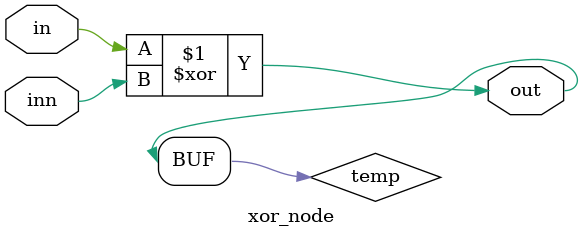
<source format=v>
`define WIDTH 8

module simple_op(a,b,out);
    input   [`WIDTH-1:0]a;
    input   [`WIDTH-1:0]b;
    output  [`WIDTH-1:0]out;
    wire    [`WIDTH-1:0]o;

genvar i;
generate
    for (i = 0; i < `WIDTH;i = i + 1) begin
      xor_node NXOR(                            //Change ***_node N***
        .in(a[i]),.inn(b[i]),
        .out(o[i]));
    end
  endgenerate
  assign out = o;
endmodule

module xor_node(in,inn,out); //Change the title
  input in;
  input inn;
  output out;
  wire temp;
  
  xor(temp,in,inn);         //Change function 
  assign out = temp;
  
endmodule 
</source>
